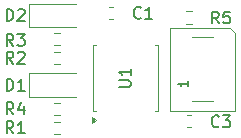
<source format=gbr>
%TF.GenerationSoftware,KiCad,Pcbnew,9.0.1*%
%TF.CreationDate,2025-07-08T09:29:25+02:00*%
%TF.ProjectId,Neopixel USB,4e656f70-6978-4656-9c20-5553422e6b69,rev?*%
%TF.SameCoordinates,Original*%
%TF.FileFunction,Legend,Top*%
%TF.FilePolarity,Positive*%
%FSLAX46Y46*%
G04 Gerber Fmt 4.6, Leading zero omitted, Abs format (unit mm)*
G04 Created by KiCad (PCBNEW 9.0.1) date 2025-07-08 09:29:25*
%MOMM*%
%LPD*%
G01*
G04 APERTURE LIST*
%ADD10C,0.150000*%
%ADD11C,0.120000*%
G04 APERTURE END LIST*
D10*
X42333333Y-20754819D02*
X42000000Y-20278628D01*
X41761905Y-20754819D02*
X41761905Y-19754819D01*
X41761905Y-19754819D02*
X42142857Y-19754819D01*
X42142857Y-19754819D02*
X42238095Y-19802438D01*
X42238095Y-19802438D02*
X42285714Y-19850057D01*
X42285714Y-19850057D02*
X42333333Y-19945295D01*
X42333333Y-19945295D02*
X42333333Y-20088152D01*
X42333333Y-20088152D02*
X42285714Y-20183390D01*
X42285714Y-20183390D02*
X42238095Y-20231009D01*
X42238095Y-20231009D02*
X42142857Y-20278628D01*
X42142857Y-20278628D02*
X41761905Y-20278628D01*
X42714286Y-19850057D02*
X42761905Y-19802438D01*
X42761905Y-19802438D02*
X42857143Y-19754819D01*
X42857143Y-19754819D02*
X43095238Y-19754819D01*
X43095238Y-19754819D02*
X43190476Y-19802438D01*
X43190476Y-19802438D02*
X43238095Y-19850057D01*
X43238095Y-19850057D02*
X43285714Y-19945295D01*
X43285714Y-19945295D02*
X43285714Y-20040533D01*
X43285714Y-20040533D02*
X43238095Y-20183390D01*
X43238095Y-20183390D02*
X42666667Y-20754819D01*
X42666667Y-20754819D02*
X43285714Y-20754819D01*
X41761905Y-17154819D02*
X41761905Y-16154819D01*
X41761905Y-16154819D02*
X42000000Y-16154819D01*
X42000000Y-16154819D02*
X42142857Y-16202438D01*
X42142857Y-16202438D02*
X42238095Y-16297676D01*
X42238095Y-16297676D02*
X42285714Y-16392914D01*
X42285714Y-16392914D02*
X42333333Y-16583390D01*
X42333333Y-16583390D02*
X42333333Y-16726247D01*
X42333333Y-16726247D02*
X42285714Y-16916723D01*
X42285714Y-16916723D02*
X42238095Y-17011961D01*
X42238095Y-17011961D02*
X42142857Y-17107200D01*
X42142857Y-17107200D02*
X42000000Y-17154819D01*
X42000000Y-17154819D02*
X41761905Y-17154819D01*
X42714286Y-16250057D02*
X42761905Y-16202438D01*
X42761905Y-16202438D02*
X42857143Y-16154819D01*
X42857143Y-16154819D02*
X43095238Y-16154819D01*
X43095238Y-16154819D02*
X43190476Y-16202438D01*
X43190476Y-16202438D02*
X43238095Y-16250057D01*
X43238095Y-16250057D02*
X43285714Y-16345295D01*
X43285714Y-16345295D02*
X43285714Y-16440533D01*
X43285714Y-16440533D02*
X43238095Y-16583390D01*
X43238095Y-16583390D02*
X42666667Y-17154819D01*
X42666667Y-17154819D02*
X43285714Y-17154819D01*
X51254819Y-22749404D02*
X52064342Y-22749404D01*
X52064342Y-22749404D02*
X52159580Y-22701785D01*
X52159580Y-22701785D02*
X52207200Y-22654166D01*
X52207200Y-22654166D02*
X52254819Y-22558928D01*
X52254819Y-22558928D02*
X52254819Y-22368452D01*
X52254819Y-22368452D02*
X52207200Y-22273214D01*
X52207200Y-22273214D02*
X52159580Y-22225595D01*
X52159580Y-22225595D02*
X52064342Y-22177976D01*
X52064342Y-22177976D02*
X51254819Y-22177976D01*
X52254819Y-21177976D02*
X52254819Y-21749404D01*
X52254819Y-21463690D02*
X51254819Y-21463690D01*
X51254819Y-21463690D02*
X51397676Y-21558928D01*
X51397676Y-21558928D02*
X51492914Y-21654166D01*
X51492914Y-21654166D02*
X51540533Y-21749404D01*
X59733333Y-17354819D02*
X59400000Y-16878628D01*
X59161905Y-17354819D02*
X59161905Y-16354819D01*
X59161905Y-16354819D02*
X59542857Y-16354819D01*
X59542857Y-16354819D02*
X59638095Y-16402438D01*
X59638095Y-16402438D02*
X59685714Y-16450057D01*
X59685714Y-16450057D02*
X59733333Y-16545295D01*
X59733333Y-16545295D02*
X59733333Y-16688152D01*
X59733333Y-16688152D02*
X59685714Y-16783390D01*
X59685714Y-16783390D02*
X59638095Y-16831009D01*
X59638095Y-16831009D02*
X59542857Y-16878628D01*
X59542857Y-16878628D02*
X59161905Y-16878628D01*
X60638095Y-16354819D02*
X60161905Y-16354819D01*
X60161905Y-16354819D02*
X60114286Y-16831009D01*
X60114286Y-16831009D02*
X60161905Y-16783390D01*
X60161905Y-16783390D02*
X60257143Y-16735771D01*
X60257143Y-16735771D02*
X60495238Y-16735771D01*
X60495238Y-16735771D02*
X60590476Y-16783390D01*
X60590476Y-16783390D02*
X60638095Y-16831009D01*
X60638095Y-16831009D02*
X60685714Y-16926247D01*
X60685714Y-16926247D02*
X60685714Y-17164342D01*
X60685714Y-17164342D02*
X60638095Y-17259580D01*
X60638095Y-17259580D02*
X60590476Y-17307200D01*
X60590476Y-17307200D02*
X60495238Y-17354819D01*
X60495238Y-17354819D02*
X60257143Y-17354819D01*
X60257143Y-17354819D02*
X60161905Y-17307200D01*
X60161905Y-17307200D02*
X60114286Y-17259580D01*
X42333333Y-25054819D02*
X42000000Y-24578628D01*
X41761905Y-25054819D02*
X41761905Y-24054819D01*
X41761905Y-24054819D02*
X42142857Y-24054819D01*
X42142857Y-24054819D02*
X42238095Y-24102438D01*
X42238095Y-24102438D02*
X42285714Y-24150057D01*
X42285714Y-24150057D02*
X42333333Y-24245295D01*
X42333333Y-24245295D02*
X42333333Y-24388152D01*
X42333333Y-24388152D02*
X42285714Y-24483390D01*
X42285714Y-24483390D02*
X42238095Y-24531009D01*
X42238095Y-24531009D02*
X42142857Y-24578628D01*
X42142857Y-24578628D02*
X41761905Y-24578628D01*
X43190476Y-24388152D02*
X43190476Y-25054819D01*
X42952381Y-24007200D02*
X42714286Y-24721485D01*
X42714286Y-24721485D02*
X43333333Y-24721485D01*
X42333333Y-19254819D02*
X42000000Y-18778628D01*
X41761905Y-19254819D02*
X41761905Y-18254819D01*
X41761905Y-18254819D02*
X42142857Y-18254819D01*
X42142857Y-18254819D02*
X42238095Y-18302438D01*
X42238095Y-18302438D02*
X42285714Y-18350057D01*
X42285714Y-18350057D02*
X42333333Y-18445295D01*
X42333333Y-18445295D02*
X42333333Y-18588152D01*
X42333333Y-18588152D02*
X42285714Y-18683390D01*
X42285714Y-18683390D02*
X42238095Y-18731009D01*
X42238095Y-18731009D02*
X42142857Y-18778628D01*
X42142857Y-18778628D02*
X41761905Y-18778628D01*
X42666667Y-18254819D02*
X43285714Y-18254819D01*
X43285714Y-18254819D02*
X42952381Y-18635771D01*
X42952381Y-18635771D02*
X43095238Y-18635771D01*
X43095238Y-18635771D02*
X43190476Y-18683390D01*
X43190476Y-18683390D02*
X43238095Y-18731009D01*
X43238095Y-18731009D02*
X43285714Y-18826247D01*
X43285714Y-18826247D02*
X43285714Y-19064342D01*
X43285714Y-19064342D02*
X43238095Y-19159580D01*
X43238095Y-19159580D02*
X43190476Y-19207200D01*
X43190476Y-19207200D02*
X43095238Y-19254819D01*
X43095238Y-19254819D02*
X42809524Y-19254819D01*
X42809524Y-19254819D02*
X42714286Y-19207200D01*
X42714286Y-19207200D02*
X42666667Y-19159580D01*
X42333333Y-26654819D02*
X42000000Y-26178628D01*
X41761905Y-26654819D02*
X41761905Y-25654819D01*
X41761905Y-25654819D02*
X42142857Y-25654819D01*
X42142857Y-25654819D02*
X42238095Y-25702438D01*
X42238095Y-25702438D02*
X42285714Y-25750057D01*
X42285714Y-25750057D02*
X42333333Y-25845295D01*
X42333333Y-25845295D02*
X42333333Y-25988152D01*
X42333333Y-25988152D02*
X42285714Y-26083390D01*
X42285714Y-26083390D02*
X42238095Y-26131009D01*
X42238095Y-26131009D02*
X42142857Y-26178628D01*
X42142857Y-26178628D02*
X41761905Y-26178628D01*
X43285714Y-26654819D02*
X42714286Y-26654819D01*
X43000000Y-26654819D02*
X43000000Y-25654819D01*
X43000000Y-25654819D02*
X42904762Y-25797676D01*
X42904762Y-25797676D02*
X42809524Y-25892914D01*
X42809524Y-25892914D02*
X42714286Y-25940533D01*
X57112295Y-22221428D02*
X57112295Y-22678571D01*
X57112295Y-22449999D02*
X56312295Y-22449999D01*
X56312295Y-22449999D02*
X56426580Y-22526190D01*
X56426580Y-22526190D02*
X56502771Y-22602380D01*
X56502771Y-22602380D02*
X56540866Y-22678571D01*
X41761905Y-23054819D02*
X41761905Y-22054819D01*
X41761905Y-22054819D02*
X42000000Y-22054819D01*
X42000000Y-22054819D02*
X42142857Y-22102438D01*
X42142857Y-22102438D02*
X42238095Y-22197676D01*
X42238095Y-22197676D02*
X42285714Y-22292914D01*
X42285714Y-22292914D02*
X42333333Y-22483390D01*
X42333333Y-22483390D02*
X42333333Y-22626247D01*
X42333333Y-22626247D02*
X42285714Y-22816723D01*
X42285714Y-22816723D02*
X42238095Y-22911961D01*
X42238095Y-22911961D02*
X42142857Y-23007200D01*
X42142857Y-23007200D02*
X42000000Y-23054819D01*
X42000000Y-23054819D02*
X41761905Y-23054819D01*
X43285714Y-23054819D02*
X42714286Y-23054819D01*
X43000000Y-23054819D02*
X43000000Y-22054819D01*
X43000000Y-22054819D02*
X42904762Y-22197676D01*
X42904762Y-22197676D02*
X42809524Y-22292914D01*
X42809524Y-22292914D02*
X42714286Y-22340533D01*
X59733333Y-26059580D02*
X59685714Y-26107200D01*
X59685714Y-26107200D02*
X59542857Y-26154819D01*
X59542857Y-26154819D02*
X59447619Y-26154819D01*
X59447619Y-26154819D02*
X59304762Y-26107200D01*
X59304762Y-26107200D02*
X59209524Y-26011961D01*
X59209524Y-26011961D02*
X59161905Y-25916723D01*
X59161905Y-25916723D02*
X59114286Y-25726247D01*
X59114286Y-25726247D02*
X59114286Y-25583390D01*
X59114286Y-25583390D02*
X59161905Y-25392914D01*
X59161905Y-25392914D02*
X59209524Y-25297676D01*
X59209524Y-25297676D02*
X59304762Y-25202438D01*
X59304762Y-25202438D02*
X59447619Y-25154819D01*
X59447619Y-25154819D02*
X59542857Y-25154819D01*
X59542857Y-25154819D02*
X59685714Y-25202438D01*
X59685714Y-25202438D02*
X59733333Y-25250057D01*
X60066667Y-25154819D02*
X60685714Y-25154819D01*
X60685714Y-25154819D02*
X60352381Y-25535771D01*
X60352381Y-25535771D02*
X60495238Y-25535771D01*
X60495238Y-25535771D02*
X60590476Y-25583390D01*
X60590476Y-25583390D02*
X60638095Y-25631009D01*
X60638095Y-25631009D02*
X60685714Y-25726247D01*
X60685714Y-25726247D02*
X60685714Y-25964342D01*
X60685714Y-25964342D02*
X60638095Y-26059580D01*
X60638095Y-26059580D02*
X60590476Y-26107200D01*
X60590476Y-26107200D02*
X60495238Y-26154819D01*
X60495238Y-26154819D02*
X60209524Y-26154819D01*
X60209524Y-26154819D02*
X60114286Y-26107200D01*
X60114286Y-26107200D02*
X60066667Y-26059580D01*
X53133333Y-16859580D02*
X53085714Y-16907200D01*
X53085714Y-16907200D02*
X52942857Y-16954819D01*
X52942857Y-16954819D02*
X52847619Y-16954819D01*
X52847619Y-16954819D02*
X52704762Y-16907200D01*
X52704762Y-16907200D02*
X52609524Y-16811961D01*
X52609524Y-16811961D02*
X52561905Y-16716723D01*
X52561905Y-16716723D02*
X52514286Y-16526247D01*
X52514286Y-16526247D02*
X52514286Y-16383390D01*
X52514286Y-16383390D02*
X52561905Y-16192914D01*
X52561905Y-16192914D02*
X52609524Y-16097676D01*
X52609524Y-16097676D02*
X52704762Y-16002438D01*
X52704762Y-16002438D02*
X52847619Y-15954819D01*
X52847619Y-15954819D02*
X52942857Y-15954819D01*
X52942857Y-15954819D02*
X53085714Y-16002438D01*
X53085714Y-16002438D02*
X53133333Y-16050057D01*
X54085714Y-16954819D02*
X53514286Y-16954819D01*
X53800000Y-16954819D02*
X53800000Y-15954819D01*
X53800000Y-15954819D02*
X53704762Y-16097676D01*
X53704762Y-16097676D02*
X53609524Y-16192914D01*
X53609524Y-16192914D02*
X53514286Y-16240533D01*
D11*
%TO.C,R2*%
X46254724Y-19777500D02*
X45745276Y-19777500D01*
X46254724Y-20822500D02*
X45745276Y-20822500D01*
%TO.C,D2*%
X43640000Y-15700000D02*
X43640000Y-17700000D01*
X43640000Y-15700000D02*
X47650000Y-15700000D01*
X43640000Y-17700000D02*
X47650000Y-17700000D01*
%TO.C,U1*%
X49040000Y-24747500D02*
X49310000Y-24747500D01*
X54560000Y-24747500D02*
X54290000Y-24747500D01*
X49040000Y-21987500D02*
X49040000Y-24747500D01*
X49040000Y-21987500D02*
X49040000Y-19227500D01*
X54560000Y-21987500D02*
X54560000Y-24747500D01*
X54560000Y-21987500D02*
X54560000Y-19227500D01*
X49040000Y-19227500D02*
X49310000Y-19227500D01*
X54560000Y-19227500D02*
X54290000Y-19227500D01*
X49310000Y-25512500D02*
X48980000Y-25752500D01*
X48980000Y-25272500D01*
X49310000Y-25512500D01*
G36*
X49310000Y-25512500D02*
G01*
X48980000Y-25752500D01*
X48980000Y-25272500D01*
X49310000Y-25512500D01*
G37*
%TO.C,R5*%
X56945276Y-16327500D02*
X57454724Y-16327500D01*
X56945276Y-17372500D02*
X57454724Y-17372500D01*
%TO.C,R4*%
X45745276Y-24077500D02*
X46254724Y-24077500D01*
X45745276Y-25122500D02*
X46254724Y-25122500D01*
%TO.C,R3*%
X46254724Y-19222500D02*
X45745276Y-19222500D01*
X46254724Y-18177500D02*
X45745276Y-18177500D01*
%TO.C,R1*%
X46254724Y-26722500D02*
X45745276Y-26722500D01*
X46254724Y-25677500D02*
X45745276Y-25677500D01*
%TO.C,D3*%
X55600000Y-24750000D02*
X61100000Y-24750000D01*
X55600000Y-24750000D02*
X55600000Y-17750000D01*
X61100000Y-24750000D02*
X61100000Y-18200000D01*
X59250000Y-23950000D02*
X57450000Y-23950000D01*
X59250000Y-18550000D02*
X57450000Y-18550000D01*
X61100000Y-18200000D02*
X60650000Y-17750000D01*
X60650000Y-17750000D02*
X55600000Y-17750000D01*
%TO.C,D1*%
X43640000Y-21600000D02*
X43640000Y-23600000D01*
X43640000Y-21600000D02*
X47650000Y-21600000D01*
X43640000Y-23600000D02*
X47650000Y-23600000D01*
%TO.C,C3*%
X57053733Y-25140000D02*
X57346267Y-25140000D01*
X57053733Y-26160000D02*
X57346267Y-26160000D01*
%TO.C,C1*%
X50453733Y-15990000D02*
X50746267Y-15990000D01*
X50453733Y-17010000D02*
X50746267Y-17010000D01*
%TD*%
M02*

</source>
